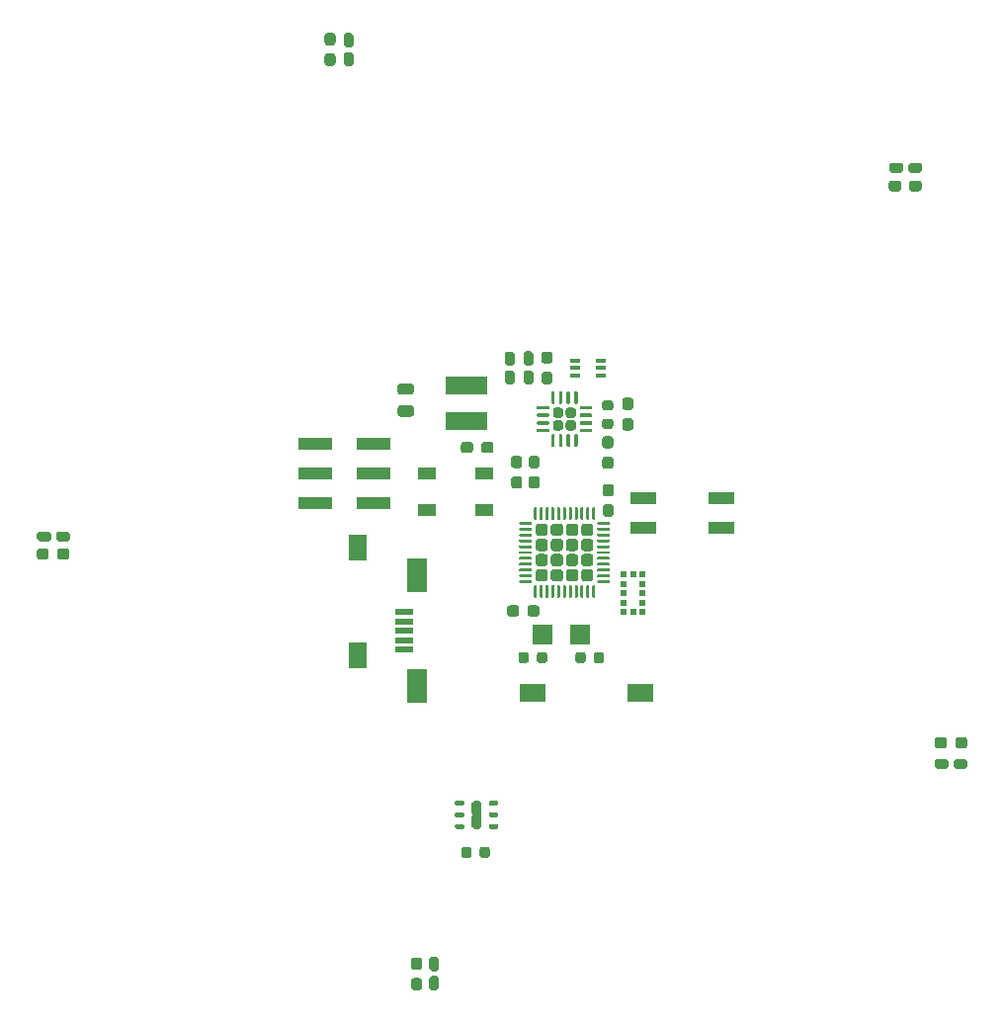
<source format=gbr>
%TF.GenerationSoftware,KiCad,Pcbnew,(5.1.6)-1*%
%TF.CreationDate,2020-12-22T18:13:26+01:00*%
%TF.ProjectId,Christmas pcb,43687269-7374-46d6-9173-207063622e6b,rev?*%
%TF.SameCoordinates,Original*%
%TF.FileFunction,Paste,Top*%
%TF.FilePolarity,Positive*%
%FSLAX46Y46*%
G04 Gerber Fmt 4.6, Leading zero omitted, Abs format (unit mm)*
G04 Created by KiCad (PCBNEW (5.1.6)-1) date 2020-12-22 18:13:26*
%MOMM*%
%LPD*%
G01*
G04 APERTURE LIST*
%ADD10R,1.800000X3.000000*%
%ADD11R,1.500000X0.500000*%
%ADD12R,3.600000X1.500000*%
%ADD13R,0.508000X0.508000*%
%ADD14R,3.000000X1.000000*%
%ADD15R,1.750000X1.800000*%
%ADD16R,0.900000X0.400000*%
%ADD17R,2.160000X1.120000*%
%ADD18R,1.600000X2.180000*%
%ADD19R,2.180000X1.600000*%
%ADD20R,1.500000X1.000000*%
G04 APERTURE END LIST*
D10*
%TO.C,J5*%
X137500000Y-108970000D03*
X137500000Y-118470000D03*
D11*
X136350000Y-112120000D03*
X136350000Y-112920000D03*
X136350000Y-113720000D03*
X136350000Y-114520000D03*
X136350000Y-115320000D03*
%TD*%
D12*
%TO.C,L1*%
X141660000Y-92680000D03*
X141660000Y-95730000D03*
%TD*%
%TO.C,U6*%
G36*
G01*
X142245000Y-128410000D02*
X142245000Y-129330000D01*
G75*
G02*
X142220000Y-129355000I-25000J0D01*
G01*
X142170000Y-129355000D01*
G75*
G02*
X142145000Y-129330000I0J25000D01*
G01*
X142145000Y-128410000D01*
G75*
G02*
X142170000Y-128385000I25000J0D01*
G01*
X142220000Y-128385000D01*
G75*
G02*
X142245000Y-128410000I0J-25000D01*
G01*
G37*
G36*
G01*
X142245000Y-129610000D02*
X142245000Y-130530000D01*
G75*
G02*
X142220000Y-130555000I-25000J0D01*
G01*
X142170000Y-130555000D01*
G75*
G02*
X142145000Y-130530000I0J25000D01*
G01*
X142145000Y-129610000D01*
G75*
G02*
X142170000Y-129585000I25000J0D01*
G01*
X142220000Y-129585000D01*
G75*
G02*
X142245000Y-129610000I0J-25000D01*
G01*
G37*
G36*
G01*
X142995000Y-128410000D02*
X142995000Y-129330000D01*
G75*
G02*
X142970000Y-129355000I-25000J0D01*
G01*
X142920000Y-129355000D01*
G75*
G02*
X142895000Y-129330000I0J25000D01*
G01*
X142895000Y-128410000D01*
G75*
G02*
X142920000Y-128385000I25000J0D01*
G01*
X142970000Y-128385000D01*
G75*
G02*
X142995000Y-128410000I0J-25000D01*
G01*
G37*
G36*
G01*
X142995000Y-129610000D02*
X142995000Y-130530000D01*
G75*
G02*
X142970000Y-130555000I-25000J0D01*
G01*
X142920000Y-130555000D01*
G75*
G02*
X142895000Y-130530000I0J25000D01*
G01*
X142895000Y-129610000D01*
G75*
G02*
X142920000Y-129585000I25000J0D01*
G01*
X142970000Y-129585000D01*
G75*
G02*
X142995000Y-129610000I0J-25000D01*
G01*
G37*
G36*
G01*
X142970000Y-128470000D02*
X142970000Y-130470000D01*
G75*
G02*
X142770000Y-130670000I-200000J0D01*
G01*
X142370000Y-130670000D01*
G75*
G02*
X142170000Y-130470000I0J200000D01*
G01*
X142170000Y-128470000D01*
G75*
G02*
X142370000Y-128270000I200000J0D01*
G01*
X142770000Y-128270000D01*
G75*
G02*
X142970000Y-128470000I0J-200000D01*
G01*
G37*
G36*
G01*
X141520000Y-130370000D02*
X141520000Y-130570000D01*
G75*
G02*
X141420000Y-130670000I-100000J0D01*
G01*
X140820000Y-130670000D01*
G75*
G02*
X140720000Y-130570000I0J100000D01*
G01*
X140720000Y-130370000D01*
G75*
G02*
X140820000Y-130270000I100000J0D01*
G01*
X141420000Y-130270000D01*
G75*
G02*
X141520000Y-130370000I0J-100000D01*
G01*
G37*
G36*
G01*
X141520000Y-129370000D02*
X141520000Y-129570000D01*
G75*
G02*
X141420000Y-129670000I-100000J0D01*
G01*
X140820000Y-129670000D01*
G75*
G02*
X140720000Y-129570000I0J100000D01*
G01*
X140720000Y-129370000D01*
G75*
G02*
X140820000Y-129270000I100000J0D01*
G01*
X141420000Y-129270000D01*
G75*
G02*
X141520000Y-129370000I0J-100000D01*
G01*
G37*
G36*
G01*
X141520000Y-128370000D02*
X141520000Y-128570000D01*
G75*
G02*
X141420000Y-128670000I-100000J0D01*
G01*
X140820000Y-128670000D01*
G75*
G02*
X140720000Y-128570000I0J100000D01*
G01*
X140720000Y-128370000D01*
G75*
G02*
X140820000Y-128270000I100000J0D01*
G01*
X141420000Y-128270000D01*
G75*
G02*
X141520000Y-128370000I0J-100000D01*
G01*
G37*
G36*
G01*
X144420000Y-128370000D02*
X144420000Y-128570000D01*
G75*
G02*
X144320000Y-128670000I-100000J0D01*
G01*
X143720000Y-128670000D01*
G75*
G02*
X143620000Y-128570000I0J100000D01*
G01*
X143620000Y-128370000D01*
G75*
G02*
X143720000Y-128270000I100000J0D01*
G01*
X144320000Y-128270000D01*
G75*
G02*
X144420000Y-128370000I0J-100000D01*
G01*
G37*
G36*
G01*
X144420000Y-129370000D02*
X144420000Y-129570000D01*
G75*
G02*
X144320000Y-129670000I-100000J0D01*
G01*
X143720000Y-129670000D01*
G75*
G02*
X143620000Y-129570000I0J100000D01*
G01*
X143620000Y-129370000D01*
G75*
G02*
X143720000Y-129270000I100000J0D01*
G01*
X144320000Y-129270000D01*
G75*
G02*
X144420000Y-129370000I0J-100000D01*
G01*
G37*
G36*
G01*
X144420000Y-130370000D02*
X144420000Y-130570000D01*
G75*
G02*
X144320000Y-130670000I-100000J0D01*
G01*
X143720000Y-130670000D01*
G75*
G02*
X143620000Y-130570000I0J100000D01*
G01*
X143620000Y-130370000D01*
G75*
G02*
X143720000Y-130270000I100000J0D01*
G01*
X144320000Y-130270000D01*
G75*
G02*
X144420000Y-130370000I0J-100000D01*
G01*
G37*
%TD*%
D13*
%TO.C,U5*%
X156799948Y-109699999D03*
X156799948Y-110500000D03*
X156799948Y-111300001D03*
X156800001Y-112100200D03*
X156000000Y-112100200D03*
X155199999Y-112100200D03*
X155200052Y-111300001D03*
X155200052Y-110500000D03*
X155200052Y-109699999D03*
X155199999Y-108899800D03*
X156000000Y-108899800D03*
X156800001Y-108899800D03*
%TD*%
D14*
%TO.C,J1*%
X133750000Y-97650000D03*
X128710000Y-97650000D03*
X133750000Y-100190000D03*
X128710000Y-100190000D03*
X133750000Y-102730000D03*
X128710000Y-102730000D03*
%TD*%
D15*
%TO.C,Y1*%
X148200000Y-114000000D03*
X151450000Y-114000000D03*
%TD*%
D16*
%TO.C,U4*%
X151000000Y-91850000D03*
X151000000Y-90550000D03*
X153200000Y-91200000D03*
X151000000Y-91200000D03*
X153200000Y-90550000D03*
X153200000Y-91850000D03*
%TD*%
%TO.C,U2*%
G36*
G01*
X150205000Y-96327500D02*
X150205000Y-95892500D01*
G75*
G02*
X150422500Y-95675000I217500J0D01*
G01*
X150857500Y-95675000D01*
G75*
G02*
X151075000Y-95892500I0J-217500D01*
G01*
X151075000Y-96327500D01*
G75*
G02*
X150857500Y-96545000I-217500J0D01*
G01*
X150422500Y-96545000D01*
G75*
G02*
X150205000Y-96327500I0J217500D01*
G01*
G37*
G36*
G01*
X150205000Y-95247500D02*
X150205000Y-94812500D01*
G75*
G02*
X150422500Y-94595000I217500J0D01*
G01*
X150857500Y-94595000D01*
G75*
G02*
X151075000Y-94812500I0J-217500D01*
G01*
X151075000Y-95247500D01*
G75*
G02*
X150857500Y-95465000I-217500J0D01*
G01*
X150422500Y-95465000D01*
G75*
G02*
X150205000Y-95247500I0J217500D01*
G01*
G37*
G36*
G01*
X149125000Y-96327500D02*
X149125000Y-95892500D01*
G75*
G02*
X149342500Y-95675000I217500J0D01*
G01*
X149777500Y-95675000D01*
G75*
G02*
X149995000Y-95892500I0J-217500D01*
G01*
X149995000Y-96327500D01*
G75*
G02*
X149777500Y-96545000I-217500J0D01*
G01*
X149342500Y-96545000D01*
G75*
G02*
X149125000Y-96327500I0J217500D01*
G01*
G37*
G36*
G01*
X149125000Y-95247500D02*
X149125000Y-94812500D01*
G75*
G02*
X149342500Y-94595000I217500J0D01*
G01*
X149777500Y-94595000D01*
G75*
G02*
X149995000Y-94812500I0J-217500D01*
G01*
X149995000Y-95247500D01*
G75*
G02*
X149777500Y-95465000I-217500J0D01*
G01*
X149342500Y-95465000D01*
G75*
G02*
X149125000Y-95247500I0J217500D01*
G01*
G37*
G36*
G01*
X148975000Y-94195000D02*
X148975000Y-93270000D01*
G75*
G02*
X149050000Y-93195000I75000J0D01*
G01*
X149200000Y-93195000D01*
G75*
G02*
X149275000Y-93270000I0J-75000D01*
G01*
X149275000Y-94195000D01*
G75*
G02*
X149200000Y-94270000I-75000J0D01*
G01*
X149050000Y-94270000D01*
G75*
G02*
X148975000Y-94195000I0J75000D01*
G01*
G37*
G36*
G01*
X149625000Y-94195000D02*
X149625000Y-93270000D01*
G75*
G02*
X149700000Y-93195000I75000J0D01*
G01*
X149850000Y-93195000D01*
G75*
G02*
X149925000Y-93270000I0J-75000D01*
G01*
X149925000Y-94195000D01*
G75*
G02*
X149850000Y-94270000I-75000J0D01*
G01*
X149700000Y-94270000D01*
G75*
G02*
X149625000Y-94195000I0J75000D01*
G01*
G37*
G36*
G01*
X150275000Y-94195000D02*
X150275000Y-93270000D01*
G75*
G02*
X150350000Y-93195000I75000J0D01*
G01*
X150500000Y-93195000D01*
G75*
G02*
X150575000Y-93270000I0J-75000D01*
G01*
X150575000Y-94195000D01*
G75*
G02*
X150500000Y-94270000I-75000J0D01*
G01*
X150350000Y-94270000D01*
G75*
G02*
X150275000Y-94195000I0J75000D01*
G01*
G37*
G36*
G01*
X150925000Y-94195000D02*
X150925000Y-93270000D01*
G75*
G02*
X151000000Y-93195000I75000J0D01*
G01*
X151150000Y-93195000D01*
G75*
G02*
X151225000Y-93270000I0J-75000D01*
G01*
X151225000Y-94195000D01*
G75*
G02*
X151150000Y-94270000I-75000J0D01*
G01*
X151000000Y-94270000D01*
G75*
G02*
X150925000Y-94195000I0J75000D01*
G01*
G37*
G36*
G01*
X151400000Y-94670000D02*
X151400000Y-94520000D01*
G75*
G02*
X151475000Y-94445000I75000J0D01*
G01*
X152400000Y-94445000D01*
G75*
G02*
X152475000Y-94520000I0J-75000D01*
G01*
X152475000Y-94670000D01*
G75*
G02*
X152400000Y-94745000I-75000J0D01*
G01*
X151475000Y-94745000D01*
G75*
G02*
X151400000Y-94670000I0J75000D01*
G01*
G37*
G36*
G01*
X151400000Y-95320000D02*
X151400000Y-95170000D01*
G75*
G02*
X151475000Y-95095000I75000J0D01*
G01*
X152400000Y-95095000D01*
G75*
G02*
X152475000Y-95170000I0J-75000D01*
G01*
X152475000Y-95320000D01*
G75*
G02*
X152400000Y-95395000I-75000J0D01*
G01*
X151475000Y-95395000D01*
G75*
G02*
X151400000Y-95320000I0J75000D01*
G01*
G37*
G36*
G01*
X151400000Y-95970000D02*
X151400000Y-95820000D01*
G75*
G02*
X151475000Y-95745000I75000J0D01*
G01*
X152400000Y-95745000D01*
G75*
G02*
X152475000Y-95820000I0J-75000D01*
G01*
X152475000Y-95970000D01*
G75*
G02*
X152400000Y-96045000I-75000J0D01*
G01*
X151475000Y-96045000D01*
G75*
G02*
X151400000Y-95970000I0J75000D01*
G01*
G37*
G36*
G01*
X151400000Y-96620000D02*
X151400000Y-96470000D01*
G75*
G02*
X151475000Y-96395000I75000J0D01*
G01*
X152400000Y-96395000D01*
G75*
G02*
X152475000Y-96470000I0J-75000D01*
G01*
X152475000Y-96620000D01*
G75*
G02*
X152400000Y-96695000I-75000J0D01*
G01*
X151475000Y-96695000D01*
G75*
G02*
X151400000Y-96620000I0J75000D01*
G01*
G37*
G36*
G01*
X150925000Y-97870000D02*
X150925000Y-96945000D01*
G75*
G02*
X151000000Y-96870000I75000J0D01*
G01*
X151150000Y-96870000D01*
G75*
G02*
X151225000Y-96945000I0J-75000D01*
G01*
X151225000Y-97870000D01*
G75*
G02*
X151150000Y-97945000I-75000J0D01*
G01*
X151000000Y-97945000D01*
G75*
G02*
X150925000Y-97870000I0J75000D01*
G01*
G37*
G36*
G01*
X150275000Y-97870000D02*
X150275000Y-96945000D01*
G75*
G02*
X150350000Y-96870000I75000J0D01*
G01*
X150500000Y-96870000D01*
G75*
G02*
X150575000Y-96945000I0J-75000D01*
G01*
X150575000Y-97870000D01*
G75*
G02*
X150500000Y-97945000I-75000J0D01*
G01*
X150350000Y-97945000D01*
G75*
G02*
X150275000Y-97870000I0J75000D01*
G01*
G37*
G36*
G01*
X149625000Y-97870000D02*
X149625000Y-96945000D01*
G75*
G02*
X149700000Y-96870000I75000J0D01*
G01*
X149850000Y-96870000D01*
G75*
G02*
X149925000Y-96945000I0J-75000D01*
G01*
X149925000Y-97870000D01*
G75*
G02*
X149850000Y-97945000I-75000J0D01*
G01*
X149700000Y-97945000D01*
G75*
G02*
X149625000Y-97870000I0J75000D01*
G01*
G37*
G36*
G01*
X148975000Y-97870000D02*
X148975000Y-96945000D01*
G75*
G02*
X149050000Y-96870000I75000J0D01*
G01*
X149200000Y-96870000D01*
G75*
G02*
X149275000Y-96945000I0J-75000D01*
G01*
X149275000Y-97870000D01*
G75*
G02*
X149200000Y-97945000I-75000J0D01*
G01*
X149050000Y-97945000D01*
G75*
G02*
X148975000Y-97870000I0J75000D01*
G01*
G37*
G36*
G01*
X147725000Y-96620000D02*
X147725000Y-96470000D01*
G75*
G02*
X147800000Y-96395000I75000J0D01*
G01*
X148725000Y-96395000D01*
G75*
G02*
X148800000Y-96470000I0J-75000D01*
G01*
X148800000Y-96620000D01*
G75*
G02*
X148725000Y-96695000I-75000J0D01*
G01*
X147800000Y-96695000D01*
G75*
G02*
X147725000Y-96620000I0J75000D01*
G01*
G37*
G36*
G01*
X147725000Y-95970000D02*
X147725000Y-95820000D01*
G75*
G02*
X147800000Y-95745000I75000J0D01*
G01*
X148725000Y-95745000D01*
G75*
G02*
X148800000Y-95820000I0J-75000D01*
G01*
X148800000Y-95970000D01*
G75*
G02*
X148725000Y-96045000I-75000J0D01*
G01*
X147800000Y-96045000D01*
G75*
G02*
X147725000Y-95970000I0J75000D01*
G01*
G37*
G36*
G01*
X147725000Y-95320000D02*
X147725000Y-95170000D01*
G75*
G02*
X147800000Y-95095000I75000J0D01*
G01*
X148725000Y-95095000D01*
G75*
G02*
X148800000Y-95170000I0J-75000D01*
G01*
X148800000Y-95320000D01*
G75*
G02*
X148725000Y-95395000I-75000J0D01*
G01*
X147800000Y-95395000D01*
G75*
G02*
X147725000Y-95320000I0J75000D01*
G01*
G37*
G36*
G01*
X147725000Y-94670000D02*
X147725000Y-94520000D01*
G75*
G02*
X147800000Y-94445000I75000J0D01*
G01*
X148725000Y-94445000D01*
G75*
G02*
X148800000Y-94520000I0J-75000D01*
G01*
X148800000Y-94670000D01*
G75*
G02*
X148725000Y-94745000I-75000J0D01*
G01*
X147800000Y-94745000D01*
G75*
G02*
X147725000Y-94670000I0J75000D01*
G01*
G37*
%TD*%
%TO.C,U1*%
G36*
G01*
X151525000Y-109225001D02*
X151525000Y-108674999D01*
G75*
G02*
X151774999Y-108425000I249999J0D01*
G01*
X152325001Y-108425000D01*
G75*
G02*
X152575000Y-108674999I0J-249999D01*
G01*
X152575000Y-109225001D01*
G75*
G02*
X152325001Y-109475000I-249999J0D01*
G01*
X151774999Y-109475000D01*
G75*
G02*
X151525000Y-109225001I0J249999D01*
G01*
G37*
G36*
G01*
X151525000Y-107925001D02*
X151525000Y-107374999D01*
G75*
G02*
X151774999Y-107125000I249999J0D01*
G01*
X152325001Y-107125000D01*
G75*
G02*
X152575000Y-107374999I0J-249999D01*
G01*
X152575000Y-107925001D01*
G75*
G02*
X152325001Y-108175000I-249999J0D01*
G01*
X151774999Y-108175000D01*
G75*
G02*
X151525000Y-107925001I0J249999D01*
G01*
G37*
G36*
G01*
X151525000Y-106625001D02*
X151525000Y-106074999D01*
G75*
G02*
X151774999Y-105825000I249999J0D01*
G01*
X152325001Y-105825000D01*
G75*
G02*
X152575000Y-106074999I0J-249999D01*
G01*
X152575000Y-106625001D01*
G75*
G02*
X152325001Y-106875000I-249999J0D01*
G01*
X151774999Y-106875000D01*
G75*
G02*
X151525000Y-106625001I0J249999D01*
G01*
G37*
G36*
G01*
X151525000Y-105325001D02*
X151525000Y-104774999D01*
G75*
G02*
X151774999Y-104525000I249999J0D01*
G01*
X152325001Y-104525000D01*
G75*
G02*
X152575000Y-104774999I0J-249999D01*
G01*
X152575000Y-105325001D01*
G75*
G02*
X152325001Y-105575000I-249999J0D01*
G01*
X151774999Y-105575000D01*
G75*
G02*
X151525000Y-105325001I0J249999D01*
G01*
G37*
G36*
G01*
X150225000Y-109225001D02*
X150225000Y-108674999D01*
G75*
G02*
X150474999Y-108425000I249999J0D01*
G01*
X151025001Y-108425000D01*
G75*
G02*
X151275000Y-108674999I0J-249999D01*
G01*
X151275000Y-109225001D01*
G75*
G02*
X151025001Y-109475000I-249999J0D01*
G01*
X150474999Y-109475000D01*
G75*
G02*
X150225000Y-109225001I0J249999D01*
G01*
G37*
G36*
G01*
X150225000Y-107925001D02*
X150225000Y-107374999D01*
G75*
G02*
X150474999Y-107125000I249999J0D01*
G01*
X151025001Y-107125000D01*
G75*
G02*
X151275000Y-107374999I0J-249999D01*
G01*
X151275000Y-107925001D01*
G75*
G02*
X151025001Y-108175000I-249999J0D01*
G01*
X150474999Y-108175000D01*
G75*
G02*
X150225000Y-107925001I0J249999D01*
G01*
G37*
G36*
G01*
X150225000Y-106625001D02*
X150225000Y-106074999D01*
G75*
G02*
X150474999Y-105825000I249999J0D01*
G01*
X151025001Y-105825000D01*
G75*
G02*
X151275000Y-106074999I0J-249999D01*
G01*
X151275000Y-106625001D01*
G75*
G02*
X151025001Y-106875000I-249999J0D01*
G01*
X150474999Y-106875000D01*
G75*
G02*
X150225000Y-106625001I0J249999D01*
G01*
G37*
G36*
G01*
X150225000Y-105325001D02*
X150225000Y-104774999D01*
G75*
G02*
X150474999Y-104525000I249999J0D01*
G01*
X151025001Y-104525000D01*
G75*
G02*
X151275000Y-104774999I0J-249999D01*
G01*
X151275000Y-105325001D01*
G75*
G02*
X151025001Y-105575000I-249999J0D01*
G01*
X150474999Y-105575000D01*
G75*
G02*
X150225000Y-105325001I0J249999D01*
G01*
G37*
G36*
G01*
X148925000Y-109225001D02*
X148925000Y-108674999D01*
G75*
G02*
X149174999Y-108425000I249999J0D01*
G01*
X149725001Y-108425000D01*
G75*
G02*
X149975000Y-108674999I0J-249999D01*
G01*
X149975000Y-109225001D01*
G75*
G02*
X149725001Y-109475000I-249999J0D01*
G01*
X149174999Y-109475000D01*
G75*
G02*
X148925000Y-109225001I0J249999D01*
G01*
G37*
G36*
G01*
X148925000Y-107925001D02*
X148925000Y-107374999D01*
G75*
G02*
X149174999Y-107125000I249999J0D01*
G01*
X149725001Y-107125000D01*
G75*
G02*
X149975000Y-107374999I0J-249999D01*
G01*
X149975000Y-107925001D01*
G75*
G02*
X149725001Y-108175000I-249999J0D01*
G01*
X149174999Y-108175000D01*
G75*
G02*
X148925000Y-107925001I0J249999D01*
G01*
G37*
G36*
G01*
X148925000Y-106625001D02*
X148925000Y-106074999D01*
G75*
G02*
X149174999Y-105825000I249999J0D01*
G01*
X149725001Y-105825000D01*
G75*
G02*
X149975000Y-106074999I0J-249999D01*
G01*
X149975000Y-106625001D01*
G75*
G02*
X149725001Y-106875000I-249999J0D01*
G01*
X149174999Y-106875000D01*
G75*
G02*
X148925000Y-106625001I0J249999D01*
G01*
G37*
G36*
G01*
X148925000Y-105325001D02*
X148925000Y-104774999D01*
G75*
G02*
X149174999Y-104525000I249999J0D01*
G01*
X149725001Y-104525000D01*
G75*
G02*
X149975000Y-104774999I0J-249999D01*
G01*
X149975000Y-105325001D01*
G75*
G02*
X149725001Y-105575000I-249999J0D01*
G01*
X149174999Y-105575000D01*
G75*
G02*
X148925000Y-105325001I0J249999D01*
G01*
G37*
G36*
G01*
X147625000Y-109225001D02*
X147625000Y-108674999D01*
G75*
G02*
X147874999Y-108425000I249999J0D01*
G01*
X148425001Y-108425000D01*
G75*
G02*
X148675000Y-108674999I0J-249999D01*
G01*
X148675000Y-109225001D01*
G75*
G02*
X148425001Y-109475000I-249999J0D01*
G01*
X147874999Y-109475000D01*
G75*
G02*
X147625000Y-109225001I0J249999D01*
G01*
G37*
G36*
G01*
X147625000Y-107925001D02*
X147625000Y-107374999D01*
G75*
G02*
X147874999Y-107125000I249999J0D01*
G01*
X148425001Y-107125000D01*
G75*
G02*
X148675000Y-107374999I0J-249999D01*
G01*
X148675000Y-107925001D01*
G75*
G02*
X148425001Y-108175000I-249999J0D01*
G01*
X147874999Y-108175000D01*
G75*
G02*
X147625000Y-107925001I0J249999D01*
G01*
G37*
G36*
G01*
X147625000Y-106625001D02*
X147625000Y-106074999D01*
G75*
G02*
X147874999Y-105825000I249999J0D01*
G01*
X148425001Y-105825000D01*
G75*
G02*
X148675000Y-106074999I0J-249999D01*
G01*
X148675000Y-106625001D01*
G75*
G02*
X148425001Y-106875000I-249999J0D01*
G01*
X147874999Y-106875000D01*
G75*
G02*
X147625000Y-106625001I0J249999D01*
G01*
G37*
G36*
G01*
X147625000Y-105325001D02*
X147625000Y-104774999D01*
G75*
G02*
X147874999Y-104525000I249999J0D01*
G01*
X148425001Y-104525000D01*
G75*
G02*
X148675000Y-104774999I0J-249999D01*
G01*
X148675000Y-105325001D01*
G75*
G02*
X148425001Y-105575000I-249999J0D01*
G01*
X147874999Y-105575000D01*
G75*
G02*
X147625000Y-105325001I0J249999D01*
G01*
G37*
G36*
G01*
X147475000Y-104137500D02*
X147475000Y-103187500D01*
G75*
G02*
X147537500Y-103125000I62500J0D01*
G01*
X147662500Y-103125000D01*
G75*
G02*
X147725000Y-103187500I0J-62500D01*
G01*
X147725000Y-104137500D01*
G75*
G02*
X147662500Y-104200000I-62500J0D01*
G01*
X147537500Y-104200000D01*
G75*
G02*
X147475000Y-104137500I0J62500D01*
G01*
G37*
G36*
G01*
X147975000Y-104137500D02*
X147975000Y-103187500D01*
G75*
G02*
X148037500Y-103125000I62500J0D01*
G01*
X148162500Y-103125000D01*
G75*
G02*
X148225000Y-103187500I0J-62500D01*
G01*
X148225000Y-104137500D01*
G75*
G02*
X148162500Y-104200000I-62500J0D01*
G01*
X148037500Y-104200000D01*
G75*
G02*
X147975000Y-104137500I0J62500D01*
G01*
G37*
G36*
G01*
X148475000Y-104137500D02*
X148475000Y-103187500D01*
G75*
G02*
X148537500Y-103125000I62500J0D01*
G01*
X148662500Y-103125000D01*
G75*
G02*
X148725000Y-103187500I0J-62500D01*
G01*
X148725000Y-104137500D01*
G75*
G02*
X148662500Y-104200000I-62500J0D01*
G01*
X148537500Y-104200000D01*
G75*
G02*
X148475000Y-104137500I0J62500D01*
G01*
G37*
G36*
G01*
X148975000Y-104137500D02*
X148975000Y-103187500D01*
G75*
G02*
X149037500Y-103125000I62500J0D01*
G01*
X149162500Y-103125000D01*
G75*
G02*
X149225000Y-103187500I0J-62500D01*
G01*
X149225000Y-104137500D01*
G75*
G02*
X149162500Y-104200000I-62500J0D01*
G01*
X149037500Y-104200000D01*
G75*
G02*
X148975000Y-104137500I0J62500D01*
G01*
G37*
G36*
G01*
X149475000Y-104137500D02*
X149475000Y-103187500D01*
G75*
G02*
X149537500Y-103125000I62500J0D01*
G01*
X149662500Y-103125000D01*
G75*
G02*
X149725000Y-103187500I0J-62500D01*
G01*
X149725000Y-104137500D01*
G75*
G02*
X149662500Y-104200000I-62500J0D01*
G01*
X149537500Y-104200000D01*
G75*
G02*
X149475000Y-104137500I0J62500D01*
G01*
G37*
G36*
G01*
X149975000Y-104137500D02*
X149975000Y-103187500D01*
G75*
G02*
X150037500Y-103125000I62500J0D01*
G01*
X150162500Y-103125000D01*
G75*
G02*
X150225000Y-103187500I0J-62500D01*
G01*
X150225000Y-104137500D01*
G75*
G02*
X150162500Y-104200000I-62500J0D01*
G01*
X150037500Y-104200000D01*
G75*
G02*
X149975000Y-104137500I0J62500D01*
G01*
G37*
G36*
G01*
X150475000Y-104137500D02*
X150475000Y-103187500D01*
G75*
G02*
X150537500Y-103125000I62500J0D01*
G01*
X150662500Y-103125000D01*
G75*
G02*
X150725000Y-103187500I0J-62500D01*
G01*
X150725000Y-104137500D01*
G75*
G02*
X150662500Y-104200000I-62500J0D01*
G01*
X150537500Y-104200000D01*
G75*
G02*
X150475000Y-104137500I0J62500D01*
G01*
G37*
G36*
G01*
X150975000Y-104137500D02*
X150975000Y-103187500D01*
G75*
G02*
X151037500Y-103125000I62500J0D01*
G01*
X151162500Y-103125000D01*
G75*
G02*
X151225000Y-103187500I0J-62500D01*
G01*
X151225000Y-104137500D01*
G75*
G02*
X151162500Y-104200000I-62500J0D01*
G01*
X151037500Y-104200000D01*
G75*
G02*
X150975000Y-104137500I0J62500D01*
G01*
G37*
G36*
G01*
X151475000Y-104137500D02*
X151475000Y-103187500D01*
G75*
G02*
X151537500Y-103125000I62500J0D01*
G01*
X151662500Y-103125000D01*
G75*
G02*
X151725000Y-103187500I0J-62500D01*
G01*
X151725000Y-104137500D01*
G75*
G02*
X151662500Y-104200000I-62500J0D01*
G01*
X151537500Y-104200000D01*
G75*
G02*
X151475000Y-104137500I0J62500D01*
G01*
G37*
G36*
G01*
X151975000Y-104137500D02*
X151975000Y-103187500D01*
G75*
G02*
X152037500Y-103125000I62500J0D01*
G01*
X152162500Y-103125000D01*
G75*
G02*
X152225000Y-103187500I0J-62500D01*
G01*
X152225000Y-104137500D01*
G75*
G02*
X152162500Y-104200000I-62500J0D01*
G01*
X152037500Y-104200000D01*
G75*
G02*
X151975000Y-104137500I0J62500D01*
G01*
G37*
G36*
G01*
X152475000Y-104137500D02*
X152475000Y-103187500D01*
G75*
G02*
X152537500Y-103125000I62500J0D01*
G01*
X152662500Y-103125000D01*
G75*
G02*
X152725000Y-103187500I0J-62500D01*
G01*
X152725000Y-104137500D01*
G75*
G02*
X152662500Y-104200000I-62500J0D01*
G01*
X152537500Y-104200000D01*
G75*
G02*
X152475000Y-104137500I0J62500D01*
G01*
G37*
G36*
G01*
X152900000Y-104562500D02*
X152900000Y-104437500D01*
G75*
G02*
X152962500Y-104375000I62500J0D01*
G01*
X153912500Y-104375000D01*
G75*
G02*
X153975000Y-104437500I0J-62500D01*
G01*
X153975000Y-104562500D01*
G75*
G02*
X153912500Y-104625000I-62500J0D01*
G01*
X152962500Y-104625000D01*
G75*
G02*
X152900000Y-104562500I0J62500D01*
G01*
G37*
G36*
G01*
X152900000Y-105062500D02*
X152900000Y-104937500D01*
G75*
G02*
X152962500Y-104875000I62500J0D01*
G01*
X153912500Y-104875000D01*
G75*
G02*
X153975000Y-104937500I0J-62500D01*
G01*
X153975000Y-105062500D01*
G75*
G02*
X153912500Y-105125000I-62500J0D01*
G01*
X152962500Y-105125000D01*
G75*
G02*
X152900000Y-105062500I0J62500D01*
G01*
G37*
G36*
G01*
X152900000Y-105562500D02*
X152900000Y-105437500D01*
G75*
G02*
X152962500Y-105375000I62500J0D01*
G01*
X153912500Y-105375000D01*
G75*
G02*
X153975000Y-105437500I0J-62500D01*
G01*
X153975000Y-105562500D01*
G75*
G02*
X153912500Y-105625000I-62500J0D01*
G01*
X152962500Y-105625000D01*
G75*
G02*
X152900000Y-105562500I0J62500D01*
G01*
G37*
G36*
G01*
X152900000Y-106062500D02*
X152900000Y-105937500D01*
G75*
G02*
X152962500Y-105875000I62500J0D01*
G01*
X153912500Y-105875000D01*
G75*
G02*
X153975000Y-105937500I0J-62500D01*
G01*
X153975000Y-106062500D01*
G75*
G02*
X153912500Y-106125000I-62500J0D01*
G01*
X152962500Y-106125000D01*
G75*
G02*
X152900000Y-106062500I0J62500D01*
G01*
G37*
G36*
G01*
X152900000Y-106562500D02*
X152900000Y-106437500D01*
G75*
G02*
X152962500Y-106375000I62500J0D01*
G01*
X153912500Y-106375000D01*
G75*
G02*
X153975000Y-106437500I0J-62500D01*
G01*
X153975000Y-106562500D01*
G75*
G02*
X153912500Y-106625000I-62500J0D01*
G01*
X152962500Y-106625000D01*
G75*
G02*
X152900000Y-106562500I0J62500D01*
G01*
G37*
G36*
G01*
X152900000Y-107062500D02*
X152900000Y-106937500D01*
G75*
G02*
X152962500Y-106875000I62500J0D01*
G01*
X153912500Y-106875000D01*
G75*
G02*
X153975000Y-106937500I0J-62500D01*
G01*
X153975000Y-107062500D01*
G75*
G02*
X153912500Y-107125000I-62500J0D01*
G01*
X152962500Y-107125000D01*
G75*
G02*
X152900000Y-107062500I0J62500D01*
G01*
G37*
G36*
G01*
X152900000Y-107562500D02*
X152900000Y-107437500D01*
G75*
G02*
X152962500Y-107375000I62500J0D01*
G01*
X153912500Y-107375000D01*
G75*
G02*
X153975000Y-107437500I0J-62500D01*
G01*
X153975000Y-107562500D01*
G75*
G02*
X153912500Y-107625000I-62500J0D01*
G01*
X152962500Y-107625000D01*
G75*
G02*
X152900000Y-107562500I0J62500D01*
G01*
G37*
G36*
G01*
X152900000Y-108062500D02*
X152900000Y-107937500D01*
G75*
G02*
X152962500Y-107875000I62500J0D01*
G01*
X153912500Y-107875000D01*
G75*
G02*
X153975000Y-107937500I0J-62500D01*
G01*
X153975000Y-108062500D01*
G75*
G02*
X153912500Y-108125000I-62500J0D01*
G01*
X152962500Y-108125000D01*
G75*
G02*
X152900000Y-108062500I0J62500D01*
G01*
G37*
G36*
G01*
X152900000Y-108562500D02*
X152900000Y-108437500D01*
G75*
G02*
X152962500Y-108375000I62500J0D01*
G01*
X153912500Y-108375000D01*
G75*
G02*
X153975000Y-108437500I0J-62500D01*
G01*
X153975000Y-108562500D01*
G75*
G02*
X153912500Y-108625000I-62500J0D01*
G01*
X152962500Y-108625000D01*
G75*
G02*
X152900000Y-108562500I0J62500D01*
G01*
G37*
G36*
G01*
X152900000Y-109062500D02*
X152900000Y-108937500D01*
G75*
G02*
X152962500Y-108875000I62500J0D01*
G01*
X153912500Y-108875000D01*
G75*
G02*
X153975000Y-108937500I0J-62500D01*
G01*
X153975000Y-109062500D01*
G75*
G02*
X153912500Y-109125000I-62500J0D01*
G01*
X152962500Y-109125000D01*
G75*
G02*
X152900000Y-109062500I0J62500D01*
G01*
G37*
G36*
G01*
X152900000Y-109562500D02*
X152900000Y-109437500D01*
G75*
G02*
X152962500Y-109375000I62500J0D01*
G01*
X153912500Y-109375000D01*
G75*
G02*
X153975000Y-109437500I0J-62500D01*
G01*
X153975000Y-109562500D01*
G75*
G02*
X153912500Y-109625000I-62500J0D01*
G01*
X152962500Y-109625000D01*
G75*
G02*
X152900000Y-109562500I0J62500D01*
G01*
G37*
G36*
G01*
X152475000Y-110812500D02*
X152475000Y-109862500D01*
G75*
G02*
X152537500Y-109800000I62500J0D01*
G01*
X152662500Y-109800000D01*
G75*
G02*
X152725000Y-109862500I0J-62500D01*
G01*
X152725000Y-110812500D01*
G75*
G02*
X152662500Y-110875000I-62500J0D01*
G01*
X152537500Y-110875000D01*
G75*
G02*
X152475000Y-110812500I0J62500D01*
G01*
G37*
G36*
G01*
X151975000Y-110812500D02*
X151975000Y-109862500D01*
G75*
G02*
X152037500Y-109800000I62500J0D01*
G01*
X152162500Y-109800000D01*
G75*
G02*
X152225000Y-109862500I0J-62500D01*
G01*
X152225000Y-110812500D01*
G75*
G02*
X152162500Y-110875000I-62500J0D01*
G01*
X152037500Y-110875000D01*
G75*
G02*
X151975000Y-110812500I0J62500D01*
G01*
G37*
G36*
G01*
X151475000Y-110812500D02*
X151475000Y-109862500D01*
G75*
G02*
X151537500Y-109800000I62500J0D01*
G01*
X151662500Y-109800000D01*
G75*
G02*
X151725000Y-109862500I0J-62500D01*
G01*
X151725000Y-110812500D01*
G75*
G02*
X151662500Y-110875000I-62500J0D01*
G01*
X151537500Y-110875000D01*
G75*
G02*
X151475000Y-110812500I0J62500D01*
G01*
G37*
G36*
G01*
X150975000Y-110812500D02*
X150975000Y-109862500D01*
G75*
G02*
X151037500Y-109800000I62500J0D01*
G01*
X151162500Y-109800000D01*
G75*
G02*
X151225000Y-109862500I0J-62500D01*
G01*
X151225000Y-110812500D01*
G75*
G02*
X151162500Y-110875000I-62500J0D01*
G01*
X151037500Y-110875000D01*
G75*
G02*
X150975000Y-110812500I0J62500D01*
G01*
G37*
G36*
G01*
X150475000Y-110812500D02*
X150475000Y-109862500D01*
G75*
G02*
X150537500Y-109800000I62500J0D01*
G01*
X150662500Y-109800000D01*
G75*
G02*
X150725000Y-109862500I0J-62500D01*
G01*
X150725000Y-110812500D01*
G75*
G02*
X150662500Y-110875000I-62500J0D01*
G01*
X150537500Y-110875000D01*
G75*
G02*
X150475000Y-110812500I0J62500D01*
G01*
G37*
G36*
G01*
X149975000Y-110812500D02*
X149975000Y-109862500D01*
G75*
G02*
X150037500Y-109800000I62500J0D01*
G01*
X150162500Y-109800000D01*
G75*
G02*
X150225000Y-109862500I0J-62500D01*
G01*
X150225000Y-110812500D01*
G75*
G02*
X150162500Y-110875000I-62500J0D01*
G01*
X150037500Y-110875000D01*
G75*
G02*
X149975000Y-110812500I0J62500D01*
G01*
G37*
G36*
G01*
X149475000Y-110812500D02*
X149475000Y-109862500D01*
G75*
G02*
X149537500Y-109800000I62500J0D01*
G01*
X149662500Y-109800000D01*
G75*
G02*
X149725000Y-109862500I0J-62500D01*
G01*
X149725000Y-110812500D01*
G75*
G02*
X149662500Y-110875000I-62500J0D01*
G01*
X149537500Y-110875000D01*
G75*
G02*
X149475000Y-110812500I0J62500D01*
G01*
G37*
G36*
G01*
X148975000Y-110812500D02*
X148975000Y-109862500D01*
G75*
G02*
X149037500Y-109800000I62500J0D01*
G01*
X149162500Y-109800000D01*
G75*
G02*
X149225000Y-109862500I0J-62500D01*
G01*
X149225000Y-110812500D01*
G75*
G02*
X149162500Y-110875000I-62500J0D01*
G01*
X149037500Y-110875000D01*
G75*
G02*
X148975000Y-110812500I0J62500D01*
G01*
G37*
G36*
G01*
X148475000Y-110812500D02*
X148475000Y-109862500D01*
G75*
G02*
X148537500Y-109800000I62500J0D01*
G01*
X148662500Y-109800000D01*
G75*
G02*
X148725000Y-109862500I0J-62500D01*
G01*
X148725000Y-110812500D01*
G75*
G02*
X148662500Y-110875000I-62500J0D01*
G01*
X148537500Y-110875000D01*
G75*
G02*
X148475000Y-110812500I0J62500D01*
G01*
G37*
G36*
G01*
X147975000Y-110812500D02*
X147975000Y-109862500D01*
G75*
G02*
X148037500Y-109800000I62500J0D01*
G01*
X148162500Y-109800000D01*
G75*
G02*
X148225000Y-109862500I0J-62500D01*
G01*
X148225000Y-110812500D01*
G75*
G02*
X148162500Y-110875000I-62500J0D01*
G01*
X148037500Y-110875000D01*
G75*
G02*
X147975000Y-110812500I0J62500D01*
G01*
G37*
G36*
G01*
X147475000Y-110812500D02*
X147475000Y-109862500D01*
G75*
G02*
X147537500Y-109800000I62500J0D01*
G01*
X147662500Y-109800000D01*
G75*
G02*
X147725000Y-109862500I0J-62500D01*
G01*
X147725000Y-110812500D01*
G75*
G02*
X147662500Y-110875000I-62500J0D01*
G01*
X147537500Y-110875000D01*
G75*
G02*
X147475000Y-110812500I0J62500D01*
G01*
G37*
G36*
G01*
X146225000Y-109562500D02*
X146225000Y-109437500D01*
G75*
G02*
X146287500Y-109375000I62500J0D01*
G01*
X147237500Y-109375000D01*
G75*
G02*
X147300000Y-109437500I0J-62500D01*
G01*
X147300000Y-109562500D01*
G75*
G02*
X147237500Y-109625000I-62500J0D01*
G01*
X146287500Y-109625000D01*
G75*
G02*
X146225000Y-109562500I0J62500D01*
G01*
G37*
G36*
G01*
X146225000Y-109062500D02*
X146225000Y-108937500D01*
G75*
G02*
X146287500Y-108875000I62500J0D01*
G01*
X147237500Y-108875000D01*
G75*
G02*
X147300000Y-108937500I0J-62500D01*
G01*
X147300000Y-109062500D01*
G75*
G02*
X147237500Y-109125000I-62500J0D01*
G01*
X146287500Y-109125000D01*
G75*
G02*
X146225000Y-109062500I0J62500D01*
G01*
G37*
G36*
G01*
X146225000Y-108562500D02*
X146225000Y-108437500D01*
G75*
G02*
X146287500Y-108375000I62500J0D01*
G01*
X147237500Y-108375000D01*
G75*
G02*
X147300000Y-108437500I0J-62500D01*
G01*
X147300000Y-108562500D01*
G75*
G02*
X147237500Y-108625000I-62500J0D01*
G01*
X146287500Y-108625000D01*
G75*
G02*
X146225000Y-108562500I0J62500D01*
G01*
G37*
G36*
G01*
X146225000Y-108062500D02*
X146225000Y-107937500D01*
G75*
G02*
X146287500Y-107875000I62500J0D01*
G01*
X147237500Y-107875000D01*
G75*
G02*
X147300000Y-107937500I0J-62500D01*
G01*
X147300000Y-108062500D01*
G75*
G02*
X147237500Y-108125000I-62500J0D01*
G01*
X146287500Y-108125000D01*
G75*
G02*
X146225000Y-108062500I0J62500D01*
G01*
G37*
G36*
G01*
X146225000Y-107562500D02*
X146225000Y-107437500D01*
G75*
G02*
X146287500Y-107375000I62500J0D01*
G01*
X147237500Y-107375000D01*
G75*
G02*
X147300000Y-107437500I0J-62500D01*
G01*
X147300000Y-107562500D01*
G75*
G02*
X147237500Y-107625000I-62500J0D01*
G01*
X146287500Y-107625000D01*
G75*
G02*
X146225000Y-107562500I0J62500D01*
G01*
G37*
G36*
G01*
X146225000Y-107062500D02*
X146225000Y-106937500D01*
G75*
G02*
X146287500Y-106875000I62500J0D01*
G01*
X147237500Y-106875000D01*
G75*
G02*
X147300000Y-106937500I0J-62500D01*
G01*
X147300000Y-107062500D01*
G75*
G02*
X147237500Y-107125000I-62500J0D01*
G01*
X146287500Y-107125000D01*
G75*
G02*
X146225000Y-107062500I0J62500D01*
G01*
G37*
G36*
G01*
X146225000Y-106562500D02*
X146225000Y-106437500D01*
G75*
G02*
X146287500Y-106375000I62500J0D01*
G01*
X147237500Y-106375000D01*
G75*
G02*
X147300000Y-106437500I0J-62500D01*
G01*
X147300000Y-106562500D01*
G75*
G02*
X147237500Y-106625000I-62500J0D01*
G01*
X146287500Y-106625000D01*
G75*
G02*
X146225000Y-106562500I0J62500D01*
G01*
G37*
G36*
G01*
X146225000Y-106062500D02*
X146225000Y-105937500D01*
G75*
G02*
X146287500Y-105875000I62500J0D01*
G01*
X147237500Y-105875000D01*
G75*
G02*
X147300000Y-105937500I0J-62500D01*
G01*
X147300000Y-106062500D01*
G75*
G02*
X147237500Y-106125000I-62500J0D01*
G01*
X146287500Y-106125000D01*
G75*
G02*
X146225000Y-106062500I0J62500D01*
G01*
G37*
G36*
G01*
X146225000Y-105562500D02*
X146225000Y-105437500D01*
G75*
G02*
X146287500Y-105375000I62500J0D01*
G01*
X147237500Y-105375000D01*
G75*
G02*
X147300000Y-105437500I0J-62500D01*
G01*
X147300000Y-105562500D01*
G75*
G02*
X147237500Y-105625000I-62500J0D01*
G01*
X146287500Y-105625000D01*
G75*
G02*
X146225000Y-105562500I0J62500D01*
G01*
G37*
G36*
G01*
X146225000Y-105062500D02*
X146225000Y-104937500D01*
G75*
G02*
X146287500Y-104875000I62500J0D01*
G01*
X147237500Y-104875000D01*
G75*
G02*
X147300000Y-104937500I0J-62500D01*
G01*
X147300000Y-105062500D01*
G75*
G02*
X147237500Y-105125000I-62500J0D01*
G01*
X146287500Y-105125000D01*
G75*
G02*
X146225000Y-105062500I0J62500D01*
G01*
G37*
G36*
G01*
X146225000Y-104562500D02*
X146225000Y-104437500D01*
G75*
G02*
X146287500Y-104375000I62500J0D01*
G01*
X147237500Y-104375000D01*
G75*
G02*
X147300000Y-104437500I0J-62500D01*
G01*
X147300000Y-104562500D01*
G75*
G02*
X147237500Y-104625000I-62500J0D01*
G01*
X146287500Y-104625000D01*
G75*
G02*
X146225000Y-104562500I0J62500D01*
G01*
G37*
%TD*%
D17*
%TO.C,SW3*%
X156835000Y-104870000D03*
X163565000Y-102330000D03*
X156835000Y-102330000D03*
X163565000Y-104870000D03*
%TD*%
D18*
%TO.C,SW2*%
X132350000Y-106610000D03*
X132350000Y-115790000D03*
%TD*%
D19*
%TO.C,SW1*%
X147410000Y-119000000D03*
X156590000Y-119000000D03*
%TD*%
%TO.C,R13*%
G36*
G01*
X182870000Y-123062500D02*
X182870000Y-123537500D01*
G75*
G02*
X182632500Y-123775000I-237500J0D01*
G01*
X182057500Y-123775000D01*
G75*
G02*
X181820000Y-123537500I0J237500D01*
G01*
X181820000Y-123062500D01*
G75*
G02*
X182057500Y-122825000I237500J0D01*
G01*
X182632500Y-122825000D01*
G75*
G02*
X182870000Y-123062500I0J-237500D01*
G01*
G37*
G36*
G01*
X184620000Y-123062500D02*
X184620000Y-123537500D01*
G75*
G02*
X184382500Y-123775000I-237500J0D01*
G01*
X183807500Y-123775000D01*
G75*
G02*
X183570000Y-123537500I0J237500D01*
G01*
X183570000Y-123062500D01*
G75*
G02*
X183807500Y-122825000I237500J0D01*
G01*
X184382500Y-122825000D01*
G75*
G02*
X184620000Y-123062500I0J-237500D01*
G01*
G37*
%TD*%
%TO.C,R12*%
G36*
G01*
X137667500Y-142745000D02*
X137192500Y-142745000D01*
G75*
G02*
X136955000Y-142507500I0J237500D01*
G01*
X136955000Y-141932500D01*
G75*
G02*
X137192500Y-141695000I237500J0D01*
G01*
X137667500Y-141695000D01*
G75*
G02*
X137905000Y-141932500I0J-237500D01*
G01*
X137905000Y-142507500D01*
G75*
G02*
X137667500Y-142745000I-237500J0D01*
G01*
G37*
G36*
G01*
X137667500Y-144495000D02*
X137192500Y-144495000D01*
G75*
G02*
X136955000Y-144257500I0J237500D01*
G01*
X136955000Y-143682500D01*
G75*
G02*
X137192500Y-143445000I237500J0D01*
G01*
X137667500Y-143445000D01*
G75*
G02*
X137905000Y-143682500I0J-237500D01*
G01*
X137905000Y-144257500D01*
G75*
G02*
X137667500Y-144495000I-237500J0D01*
G01*
G37*
%TD*%
%TO.C,R11*%
G36*
G01*
X145762500Y-100475000D02*
X146237500Y-100475000D01*
G75*
G02*
X146475000Y-100712500I0J-237500D01*
G01*
X146475000Y-101287500D01*
G75*
G02*
X146237500Y-101525000I-237500J0D01*
G01*
X145762500Y-101525000D01*
G75*
G02*
X145525000Y-101287500I0J237500D01*
G01*
X145525000Y-100712500D01*
G75*
G02*
X145762500Y-100475000I237500J0D01*
G01*
G37*
G36*
G01*
X145762500Y-98725000D02*
X146237500Y-98725000D01*
G75*
G02*
X146475000Y-98962500I0J-237500D01*
G01*
X146475000Y-99537500D01*
G75*
G02*
X146237500Y-99775000I-237500J0D01*
G01*
X145762500Y-99775000D01*
G75*
G02*
X145525000Y-99537500I0J237500D01*
G01*
X145525000Y-98962500D01*
G75*
G02*
X145762500Y-98725000I237500J0D01*
G01*
G37*
%TD*%
%TO.C,R10*%
G36*
G01*
X142975000Y-98237500D02*
X142975000Y-97762500D01*
G75*
G02*
X143212500Y-97525000I237500J0D01*
G01*
X143787500Y-97525000D01*
G75*
G02*
X144025000Y-97762500I0J-237500D01*
G01*
X144025000Y-98237500D01*
G75*
G02*
X143787500Y-98475000I-237500J0D01*
G01*
X143212500Y-98475000D01*
G75*
G02*
X142975000Y-98237500I0J237500D01*
G01*
G37*
G36*
G01*
X141225000Y-98237500D02*
X141225000Y-97762500D01*
G75*
G02*
X141462500Y-97525000I237500J0D01*
G01*
X142037500Y-97525000D01*
G75*
G02*
X142275000Y-97762500I0J-237500D01*
G01*
X142275000Y-98237500D01*
G75*
G02*
X142037500Y-98475000I-237500J0D01*
G01*
X141462500Y-98475000D01*
G75*
G02*
X141225000Y-98237500I0J237500D01*
G01*
G37*
%TD*%
%TO.C,R9*%
G36*
G01*
X147262500Y-100475000D02*
X147737500Y-100475000D01*
G75*
G02*
X147975000Y-100712500I0J-237500D01*
G01*
X147975000Y-101287500D01*
G75*
G02*
X147737500Y-101525000I-237500J0D01*
G01*
X147262500Y-101525000D01*
G75*
G02*
X147025000Y-101287500I0J237500D01*
G01*
X147025000Y-100712500D01*
G75*
G02*
X147262500Y-100475000I237500J0D01*
G01*
G37*
G36*
G01*
X147262500Y-98725000D02*
X147737500Y-98725000D01*
G75*
G02*
X147975000Y-98962500I0J-237500D01*
G01*
X147975000Y-99537500D01*
G75*
G02*
X147737500Y-99775000I-237500J0D01*
G01*
X147262500Y-99775000D01*
G75*
G02*
X147025000Y-99537500I0J237500D01*
G01*
X147025000Y-98962500D01*
G75*
G02*
X147262500Y-98725000I237500J0D01*
G01*
G37*
%TD*%
%TO.C,R8*%
G36*
G01*
X178940000Y-75362500D02*
X178940000Y-75837500D01*
G75*
G02*
X178702500Y-76075000I-237500J0D01*
G01*
X178127500Y-76075000D01*
G75*
G02*
X177890000Y-75837500I0J237500D01*
G01*
X177890000Y-75362500D01*
G75*
G02*
X178127500Y-75125000I237500J0D01*
G01*
X178702500Y-75125000D01*
G75*
G02*
X178940000Y-75362500I0J-237500D01*
G01*
G37*
G36*
G01*
X180690000Y-75362500D02*
X180690000Y-75837500D01*
G75*
G02*
X180452500Y-76075000I-237500J0D01*
G01*
X179877500Y-76075000D01*
G75*
G02*
X179640000Y-75837500I0J237500D01*
G01*
X179640000Y-75362500D01*
G75*
G02*
X179877500Y-75125000I237500J0D01*
G01*
X180452500Y-75125000D01*
G75*
G02*
X180690000Y-75362500I0J-237500D01*
G01*
G37*
%TD*%
%TO.C,R7*%
G36*
G01*
X106625000Y-107367500D02*
X106625000Y-106892500D01*
G75*
G02*
X106862500Y-106655000I237500J0D01*
G01*
X107437500Y-106655000D01*
G75*
G02*
X107675000Y-106892500I0J-237500D01*
G01*
X107675000Y-107367500D01*
G75*
G02*
X107437500Y-107605000I-237500J0D01*
G01*
X106862500Y-107605000D01*
G75*
G02*
X106625000Y-107367500I0J237500D01*
G01*
G37*
G36*
G01*
X104875000Y-107367500D02*
X104875000Y-106892500D01*
G75*
G02*
X105112500Y-106655000I237500J0D01*
G01*
X105687500Y-106655000D01*
G75*
G02*
X105925000Y-106892500I0J-237500D01*
G01*
X105925000Y-107367500D01*
G75*
G02*
X105687500Y-107605000I-237500J0D01*
G01*
X105112500Y-107605000D01*
G75*
G02*
X104875000Y-107367500I0J237500D01*
G01*
G37*
%TD*%
%TO.C,R6*%
G36*
G01*
X129772500Y-64255000D02*
X130247500Y-64255000D01*
G75*
G02*
X130485000Y-64492500I0J-237500D01*
G01*
X130485000Y-65067500D01*
G75*
G02*
X130247500Y-65305000I-237500J0D01*
G01*
X129772500Y-65305000D01*
G75*
G02*
X129535000Y-65067500I0J237500D01*
G01*
X129535000Y-64492500D01*
G75*
G02*
X129772500Y-64255000I237500J0D01*
G01*
G37*
G36*
G01*
X129772500Y-62505000D02*
X130247500Y-62505000D01*
G75*
G02*
X130485000Y-62742500I0J-237500D01*
G01*
X130485000Y-63317500D01*
G75*
G02*
X130247500Y-63555000I-237500J0D01*
G01*
X129772500Y-63555000D01*
G75*
G02*
X129535000Y-63317500I0J237500D01*
G01*
X129535000Y-62742500D01*
G75*
G02*
X129772500Y-62505000I237500J0D01*
G01*
G37*
%TD*%
%TO.C,R5*%
G36*
G01*
X153612500Y-102875000D02*
X154087500Y-102875000D01*
G75*
G02*
X154325000Y-103112500I0J-237500D01*
G01*
X154325000Y-103687500D01*
G75*
G02*
X154087500Y-103925000I-237500J0D01*
G01*
X153612500Y-103925000D01*
G75*
G02*
X153375000Y-103687500I0J237500D01*
G01*
X153375000Y-103112500D01*
G75*
G02*
X153612500Y-102875000I237500J0D01*
G01*
G37*
G36*
G01*
X153612500Y-101125000D02*
X154087500Y-101125000D01*
G75*
G02*
X154325000Y-101362500I0J-237500D01*
G01*
X154325000Y-101937500D01*
G75*
G02*
X154087500Y-102175000I-237500J0D01*
G01*
X153612500Y-102175000D01*
G75*
G02*
X153375000Y-101937500I0J237500D01*
G01*
X153375000Y-101362500D01*
G75*
G02*
X153612500Y-101125000I237500J0D01*
G01*
G37*
%TD*%
%TO.C,R4*%
G36*
G01*
X148837500Y-90825000D02*
X148362500Y-90825000D01*
G75*
G02*
X148125000Y-90587500I0J237500D01*
G01*
X148125000Y-90012500D01*
G75*
G02*
X148362500Y-89775000I237500J0D01*
G01*
X148837500Y-89775000D01*
G75*
G02*
X149075000Y-90012500I0J-237500D01*
G01*
X149075000Y-90587500D01*
G75*
G02*
X148837500Y-90825000I-237500J0D01*
G01*
G37*
G36*
G01*
X148837500Y-92575000D02*
X148362500Y-92575000D01*
G75*
G02*
X148125000Y-92337500I0J237500D01*
G01*
X148125000Y-91762500D01*
G75*
G02*
X148362500Y-91525000I237500J0D01*
G01*
X148837500Y-91525000D01*
G75*
G02*
X149075000Y-91762500I0J-237500D01*
G01*
X149075000Y-92337500D01*
G75*
G02*
X148837500Y-92575000I-237500J0D01*
G01*
G37*
%TD*%
%TO.C,R3*%
G36*
G01*
X146225000Y-111762500D02*
X146225000Y-112237500D01*
G75*
G02*
X145987500Y-112475000I-237500J0D01*
G01*
X145412500Y-112475000D01*
G75*
G02*
X145175000Y-112237500I0J237500D01*
G01*
X145175000Y-111762500D01*
G75*
G02*
X145412500Y-111525000I237500J0D01*
G01*
X145987500Y-111525000D01*
G75*
G02*
X146225000Y-111762500I0J-237500D01*
G01*
G37*
G36*
G01*
X147975000Y-111762500D02*
X147975000Y-112237500D01*
G75*
G02*
X147737500Y-112475000I-237500J0D01*
G01*
X147162500Y-112475000D01*
G75*
G02*
X146925000Y-112237500I0J237500D01*
G01*
X146925000Y-111762500D01*
G75*
G02*
X147162500Y-111525000I237500J0D01*
G01*
X147737500Y-111525000D01*
G75*
G02*
X147975000Y-111762500I0J-237500D01*
G01*
G37*
%TD*%
%TO.C,R2*%
G36*
G01*
X155767500Y-94795000D02*
X155292500Y-94795000D01*
G75*
G02*
X155055000Y-94557500I0J237500D01*
G01*
X155055000Y-93982500D01*
G75*
G02*
X155292500Y-93745000I237500J0D01*
G01*
X155767500Y-93745000D01*
G75*
G02*
X156005000Y-93982500I0J-237500D01*
G01*
X156005000Y-94557500D01*
G75*
G02*
X155767500Y-94795000I-237500J0D01*
G01*
G37*
G36*
G01*
X155767500Y-96545000D02*
X155292500Y-96545000D01*
G75*
G02*
X155055000Y-96307500I0J237500D01*
G01*
X155055000Y-95732500D01*
G75*
G02*
X155292500Y-95495000I237500J0D01*
G01*
X155767500Y-95495000D01*
G75*
G02*
X156005000Y-95732500I0J-237500D01*
G01*
X156005000Y-96307500D01*
G75*
G02*
X155767500Y-96545000I-237500J0D01*
G01*
G37*
%TD*%
%TO.C,R1*%
G36*
G01*
X154047500Y-98085000D02*
X153572500Y-98085000D01*
G75*
G02*
X153335000Y-97847500I0J237500D01*
G01*
X153335000Y-97272500D01*
G75*
G02*
X153572500Y-97035000I237500J0D01*
G01*
X154047500Y-97035000D01*
G75*
G02*
X154285000Y-97272500I0J-237500D01*
G01*
X154285000Y-97847500D01*
G75*
G02*
X154047500Y-98085000I-237500J0D01*
G01*
G37*
G36*
G01*
X154047500Y-99835000D02*
X153572500Y-99835000D01*
G75*
G02*
X153335000Y-99597500I0J237500D01*
G01*
X153335000Y-99022500D01*
G75*
G02*
X153572500Y-98785000I237500J0D01*
G01*
X154047500Y-98785000D01*
G75*
G02*
X154285000Y-99022500I0J-237500D01*
G01*
X154285000Y-99597500D01*
G75*
G02*
X154047500Y-99835000I-237500J0D01*
G01*
G37*
%TD*%
%TO.C,D8*%
G36*
G01*
X183020000Y-124887500D02*
X183020000Y-125312500D01*
G75*
G02*
X182807500Y-125525000I-212500J0D01*
G01*
X182007500Y-125525000D01*
G75*
G02*
X181795000Y-125312500I0J212500D01*
G01*
X181795000Y-124887500D01*
G75*
G02*
X182007500Y-124675000I212500J0D01*
G01*
X182807500Y-124675000D01*
G75*
G02*
X183020000Y-124887500I0J-212500D01*
G01*
G37*
G36*
G01*
X184645000Y-124887500D02*
X184645000Y-125312500D01*
G75*
G02*
X184432500Y-125525000I-212500J0D01*
G01*
X183632500Y-125525000D01*
G75*
G02*
X183420000Y-125312500I0J212500D01*
G01*
X183420000Y-124887500D01*
G75*
G02*
X183632500Y-124675000I212500J0D01*
G01*
X184432500Y-124675000D01*
G75*
G02*
X184645000Y-124887500I0J-212500D01*
G01*
G37*
%TD*%
D20*
%TO.C,D7*%
X138350000Y-100200000D03*
X138350000Y-103400000D03*
X143250000Y-100200000D03*
X143250000Y-103400000D03*
%TD*%
%TO.C,D6*%
G36*
G01*
X139142500Y-142867500D02*
X138717500Y-142867500D01*
G75*
G02*
X138505000Y-142655000I0J212500D01*
G01*
X138505000Y-141855000D01*
G75*
G02*
X138717500Y-141642500I212500J0D01*
G01*
X139142500Y-141642500D01*
G75*
G02*
X139355000Y-141855000I0J-212500D01*
G01*
X139355000Y-142655000D01*
G75*
G02*
X139142500Y-142867500I-212500J0D01*
G01*
G37*
G36*
G01*
X139142500Y-144492500D02*
X138717500Y-144492500D01*
G75*
G02*
X138505000Y-144280000I0J212500D01*
G01*
X138505000Y-143480000D01*
G75*
G02*
X138717500Y-143267500I212500J0D01*
G01*
X139142500Y-143267500D01*
G75*
G02*
X139355000Y-143480000I0J-212500D01*
G01*
X139355000Y-144280000D01*
G75*
G02*
X139142500Y-144492500I-212500J0D01*
G01*
G37*
%TD*%
%TO.C,D5*%
G36*
G01*
X179140000Y-73817500D02*
X179140000Y-74242500D01*
G75*
G02*
X178927500Y-74455000I-212500J0D01*
G01*
X178127500Y-74455000D01*
G75*
G02*
X177915000Y-74242500I0J212500D01*
G01*
X177915000Y-73817500D01*
G75*
G02*
X178127500Y-73605000I212500J0D01*
G01*
X178927500Y-73605000D01*
G75*
G02*
X179140000Y-73817500I0J-212500D01*
G01*
G37*
G36*
G01*
X180765000Y-73817500D02*
X180765000Y-74242500D01*
G75*
G02*
X180552500Y-74455000I-212500J0D01*
G01*
X179752500Y-74455000D01*
G75*
G02*
X179540000Y-74242500I0J212500D01*
G01*
X179540000Y-73817500D01*
G75*
G02*
X179752500Y-73605000I212500J0D01*
G01*
X180552500Y-73605000D01*
G75*
G02*
X180765000Y-73817500I0J-212500D01*
G01*
G37*
%TD*%
%TO.C,D4*%
G36*
G01*
X106530000Y-105842500D02*
X106530000Y-105417500D01*
G75*
G02*
X106742500Y-105205000I212500J0D01*
G01*
X107542500Y-105205000D01*
G75*
G02*
X107755000Y-105417500I0J-212500D01*
G01*
X107755000Y-105842500D01*
G75*
G02*
X107542500Y-106055000I-212500J0D01*
G01*
X106742500Y-106055000D01*
G75*
G02*
X106530000Y-105842500I0J212500D01*
G01*
G37*
G36*
G01*
X104905000Y-105842500D02*
X104905000Y-105417500D01*
G75*
G02*
X105117500Y-105205000I212500J0D01*
G01*
X105917500Y-105205000D01*
G75*
G02*
X106130000Y-105417500I0J-212500D01*
G01*
X106130000Y-105842500D01*
G75*
G02*
X105917500Y-106055000I-212500J0D01*
G01*
X105117500Y-106055000D01*
G75*
G02*
X104905000Y-105842500I0J212500D01*
G01*
G37*
%TD*%
%TO.C,D3*%
G36*
G01*
X131397500Y-64127500D02*
X131822500Y-64127500D01*
G75*
G02*
X132035000Y-64340000I0J-212500D01*
G01*
X132035000Y-65140000D01*
G75*
G02*
X131822500Y-65352500I-212500J0D01*
G01*
X131397500Y-65352500D01*
G75*
G02*
X131185000Y-65140000I0J212500D01*
G01*
X131185000Y-64340000D01*
G75*
G02*
X131397500Y-64127500I212500J0D01*
G01*
G37*
G36*
G01*
X131397500Y-62502500D02*
X131822500Y-62502500D01*
G75*
G02*
X132035000Y-62715000I0J-212500D01*
G01*
X132035000Y-63515000D01*
G75*
G02*
X131822500Y-63727500I-212500J0D01*
G01*
X131397500Y-63727500D01*
G75*
G02*
X131185000Y-63515000I0J212500D01*
G01*
X131185000Y-62715000D01*
G75*
G02*
X131397500Y-62502500I212500J0D01*
G01*
G37*
%TD*%
%TO.C,D2*%
G36*
G01*
X145612500Y-90997500D02*
X145187500Y-90997500D01*
G75*
G02*
X144975000Y-90785000I0J212500D01*
G01*
X144975000Y-89985000D01*
G75*
G02*
X145187500Y-89772500I212500J0D01*
G01*
X145612500Y-89772500D01*
G75*
G02*
X145825000Y-89985000I0J-212500D01*
G01*
X145825000Y-90785000D01*
G75*
G02*
X145612500Y-90997500I-212500J0D01*
G01*
G37*
G36*
G01*
X145612500Y-92622500D02*
X145187500Y-92622500D01*
G75*
G02*
X144975000Y-92410000I0J212500D01*
G01*
X144975000Y-91610000D01*
G75*
G02*
X145187500Y-91397500I212500J0D01*
G01*
X145612500Y-91397500D01*
G75*
G02*
X145825000Y-91610000I0J-212500D01*
G01*
X145825000Y-92410000D01*
G75*
G02*
X145612500Y-92622500I-212500J0D01*
G01*
G37*
%TD*%
%TO.C,D1*%
G36*
G01*
X147212500Y-90987500D02*
X146787500Y-90987500D01*
G75*
G02*
X146575000Y-90775000I0J212500D01*
G01*
X146575000Y-89975000D01*
G75*
G02*
X146787500Y-89762500I212500J0D01*
G01*
X147212500Y-89762500D01*
G75*
G02*
X147425000Y-89975000I0J-212500D01*
G01*
X147425000Y-90775000D01*
G75*
G02*
X147212500Y-90987500I-212500J0D01*
G01*
G37*
G36*
G01*
X147212500Y-92612500D02*
X146787500Y-92612500D01*
G75*
G02*
X146575000Y-92400000I0J212500D01*
G01*
X146575000Y-91600000D01*
G75*
G02*
X146787500Y-91387500I212500J0D01*
G01*
X147212500Y-91387500D01*
G75*
G02*
X147425000Y-91600000I0J-212500D01*
G01*
X147425000Y-92400000D01*
G75*
G02*
X147212500Y-92612500I-212500J0D01*
G01*
G37*
%TD*%
%TO.C,C8*%
G36*
G01*
X142832500Y-132936250D02*
X142832500Y-132423750D01*
G75*
G02*
X143051250Y-132205000I218750J0D01*
G01*
X143488750Y-132205000D01*
G75*
G02*
X143707500Y-132423750I0J-218750D01*
G01*
X143707500Y-132936250D01*
G75*
G02*
X143488750Y-133155000I-218750J0D01*
G01*
X143051250Y-133155000D01*
G75*
G02*
X142832500Y-132936250I0J218750D01*
G01*
G37*
G36*
G01*
X141257500Y-132936250D02*
X141257500Y-132423750D01*
G75*
G02*
X141476250Y-132205000I218750J0D01*
G01*
X141913750Y-132205000D01*
G75*
G02*
X142132500Y-132423750I0J-218750D01*
G01*
X142132500Y-132936250D01*
G75*
G02*
X141913750Y-133155000I-218750J0D01*
G01*
X141476250Y-133155000D01*
G75*
G02*
X141257500Y-132936250I0J218750D01*
G01*
G37*
%TD*%
%TO.C,C4*%
G36*
G01*
X136956250Y-93487500D02*
X136043750Y-93487500D01*
G75*
G02*
X135800000Y-93243750I0J243750D01*
G01*
X135800000Y-92756250D01*
G75*
G02*
X136043750Y-92512500I243750J0D01*
G01*
X136956250Y-92512500D01*
G75*
G02*
X137200000Y-92756250I0J-243750D01*
G01*
X137200000Y-93243750D01*
G75*
G02*
X136956250Y-93487500I-243750J0D01*
G01*
G37*
G36*
G01*
X136956250Y-95362500D02*
X136043750Y-95362500D01*
G75*
G02*
X135800000Y-95118750I0J243750D01*
G01*
X135800000Y-94631250D01*
G75*
G02*
X136043750Y-94387500I243750J0D01*
G01*
X136956250Y-94387500D01*
G75*
G02*
X137200000Y-94631250I0J-243750D01*
G01*
X137200000Y-95118750D01*
G75*
G02*
X136956250Y-95362500I-243750J0D01*
G01*
G37*
%TD*%
%TO.C,C3*%
G36*
G01*
X153543750Y-95537500D02*
X154056250Y-95537500D01*
G75*
G02*
X154275000Y-95756250I0J-218750D01*
G01*
X154275000Y-96193750D01*
G75*
G02*
X154056250Y-96412500I-218750J0D01*
G01*
X153543750Y-96412500D01*
G75*
G02*
X153325000Y-96193750I0J218750D01*
G01*
X153325000Y-95756250D01*
G75*
G02*
X153543750Y-95537500I218750J0D01*
G01*
G37*
G36*
G01*
X153543750Y-93962500D02*
X154056250Y-93962500D01*
G75*
G02*
X154275000Y-94181250I0J-218750D01*
G01*
X154275000Y-94618750D01*
G75*
G02*
X154056250Y-94837500I-218750J0D01*
G01*
X153543750Y-94837500D01*
G75*
G02*
X153325000Y-94618750I0J218750D01*
G01*
X153325000Y-94181250D01*
G75*
G02*
X153543750Y-93962500I218750J0D01*
G01*
G37*
%TD*%
%TO.C,C2*%
G36*
G01*
X147037500Y-115743750D02*
X147037500Y-116256250D01*
G75*
G02*
X146818750Y-116475000I-218750J0D01*
G01*
X146381250Y-116475000D01*
G75*
G02*
X146162500Y-116256250I0J218750D01*
G01*
X146162500Y-115743750D01*
G75*
G02*
X146381250Y-115525000I218750J0D01*
G01*
X146818750Y-115525000D01*
G75*
G02*
X147037500Y-115743750I0J-218750D01*
G01*
G37*
G36*
G01*
X148612500Y-115743750D02*
X148612500Y-116256250D01*
G75*
G02*
X148393750Y-116475000I-218750J0D01*
G01*
X147956250Y-116475000D01*
G75*
G02*
X147737500Y-116256250I0J218750D01*
G01*
X147737500Y-115743750D01*
G75*
G02*
X147956250Y-115525000I218750J0D01*
G01*
X148393750Y-115525000D01*
G75*
G02*
X148612500Y-115743750I0J-218750D01*
G01*
G37*
%TD*%
%TO.C,C1*%
G36*
G01*
X152612500Y-116256250D02*
X152612500Y-115743750D01*
G75*
G02*
X152831250Y-115525000I218750J0D01*
G01*
X153268750Y-115525000D01*
G75*
G02*
X153487500Y-115743750I0J-218750D01*
G01*
X153487500Y-116256250D01*
G75*
G02*
X153268750Y-116475000I-218750J0D01*
G01*
X152831250Y-116475000D01*
G75*
G02*
X152612500Y-116256250I0J218750D01*
G01*
G37*
G36*
G01*
X151037500Y-116256250D02*
X151037500Y-115743750D01*
G75*
G02*
X151256250Y-115525000I218750J0D01*
G01*
X151693750Y-115525000D01*
G75*
G02*
X151912500Y-115743750I0J-218750D01*
G01*
X151912500Y-116256250D01*
G75*
G02*
X151693750Y-116475000I-218750J0D01*
G01*
X151256250Y-116475000D01*
G75*
G02*
X151037500Y-116256250I0J218750D01*
G01*
G37*
%TD*%
M02*

</source>
